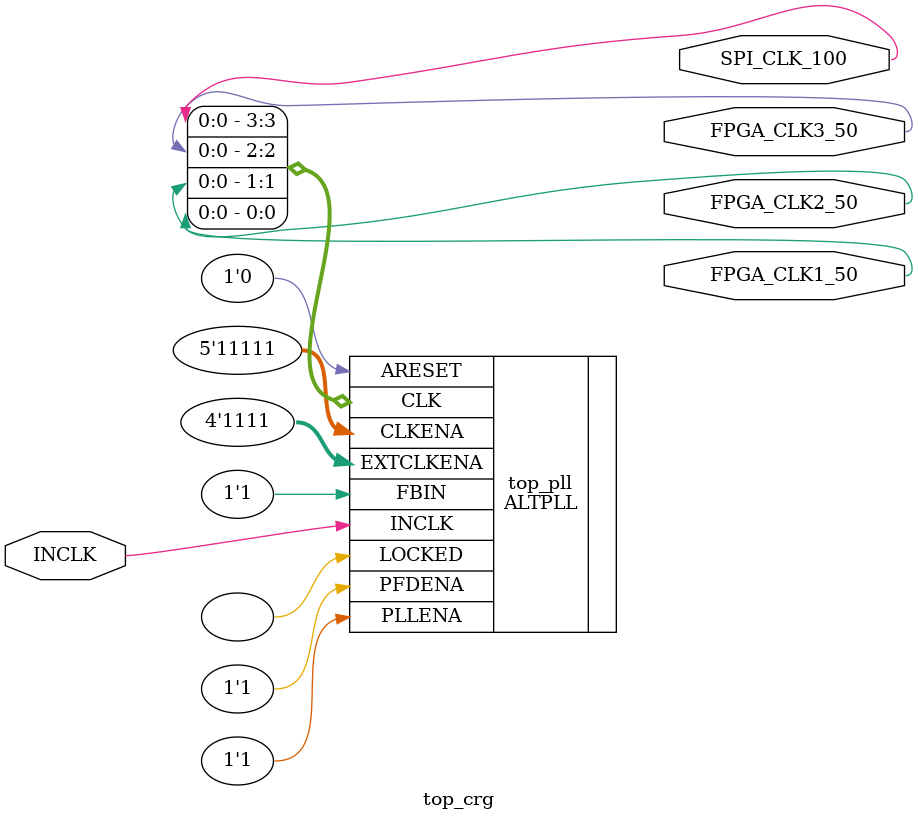
<source format=v>
module top_crg (
    input  INCLK,
    output FPGA_CLK1_50,
    output FPGA_CLK2_50,
    output FPGA_CLK3_50,
    output SPI_CLK_100
);

ALTPLL #(
	.BANDWIDTH_TYPE("AUTO"),
	.CLK0_DIVIDE_BY(4'd12),
	.CLK0_DUTY_CYCLE(6'd50),
	.CLK0_MULTIPLY_BY(5'd12),
	.CLK0_PHASE_SHIFT(1'd0),
	.CLK1_DIVIDE_BY(4'd12),
	.CLK1_DUTY_CYCLE(6'd50),
	.CLK1_MULTIPLY_BY(5'd12),
	.CLK1_PHASE_SHIFT(1'd0),
	.CLK2_DIVIDE_BY(4'd12),
	.CLK2_DUTY_CYCLE(6'd50),
	.CLK2_MULTIPLY_BY(5'd12),
	.CLK2_PHASE_SHIFT(1'd0),
	.CLK3_DIVIDE_BY(4'd12),
	.CLK3_DUTY_CYCLE(6'd50),
	.CLK3_MULTIPLY_BY(5'd24),
	.CLK3_PHASE_SHIFT(1'd0),
	.COMPENSATE_CLOCK("CLK0"),
	.INCLK0_INPUT_FREQUENCY(24'd50000),
	.OPERATION_MODE("NORMAL")
) top_pll (
	.INCLK(INCLK),
	.ARESET(1'd0),
	.CLKENA(5'd31),
	.EXTCLKENA(4'd15),
	.FBIN(1'd1),
    .PFDENA(1'd1),
    .PLLENA(1'd1),
    .CLK({ SPI_CLK_100, FPGA_CLK3_50, FPGA_CLK2_50, FPGA_CLK1_50 }),
    .LOCKED()
);
endmodule

</source>
